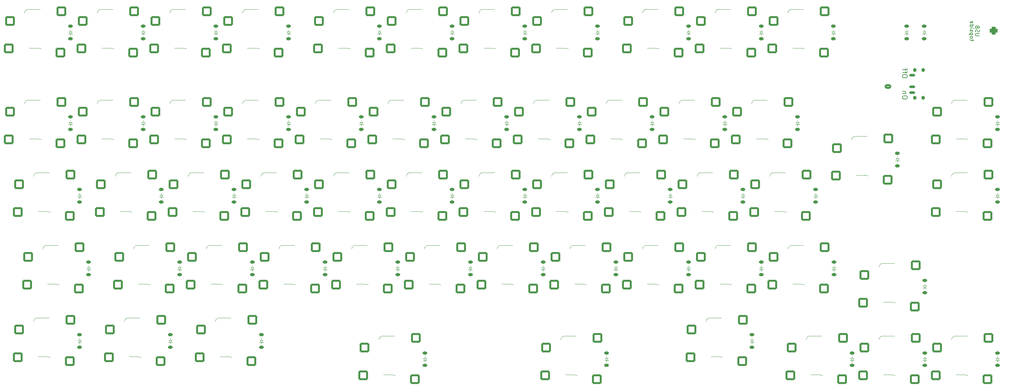
<source format=gbo>
G04 #@! TF.GenerationSoftware,KiCad,Pcbnew,7.0.8-7.0.8~ubuntu22.04.1*
G04 #@! TF.CreationDate,2023-10-08T19:27:19+02:00*
G04 #@! TF.ProjectId,nrw65-pcb,6e727736-352d-4706-9362-2e6b69636164,rev?*
G04 #@! TF.SameCoordinates,Original*
G04 #@! TF.FileFunction,Legend,Bot*
G04 #@! TF.FilePolarity,Positive*
%FSLAX46Y46*%
G04 Gerber Fmt 4.6, Leading zero omitted, Abs format (unit mm)*
G04 Created by KiCad (PCBNEW 7.0.8-7.0.8~ubuntu22.04.1) date 2023-10-08 19:27:19*
%MOMM*%
%LPD*%
G01*
G04 APERTURE LIST*
G04 Aperture macros list*
%AMRoundRect*
0 Rectangle with rounded corners*
0 $1 Rounding radius*
0 $2 $3 $4 $5 $6 $7 $8 $9 X,Y pos of 4 corners*
0 Add a 4 corners polygon primitive as box body*
4,1,4,$2,$3,$4,$5,$6,$7,$8,$9,$2,$3,0*
0 Add four circle primitives for the rounded corners*
1,1,$1+$1,$2,$3*
1,1,$1+$1,$4,$5*
1,1,$1+$1,$6,$7*
1,1,$1+$1,$8,$9*
0 Add four rect primitives between the rounded corners*
20,1,$1+$1,$2,$3,$4,$5,0*
20,1,$1+$1,$4,$5,$6,$7,0*
20,1,$1+$1,$6,$7,$8,$9,0*
20,1,$1+$1,$8,$9,$2,$3,0*%
G04 Aperture macros list end*
%ADD10C,0.200000*%
%ADD11C,0.150000*%
%ADD12C,0.120000*%
%ADD13C,0.100000*%
%ADD14C,1.750000*%
%ADD15C,5.000000*%
%ADD16RoundRect,0.260000X-1.040000X-1.040000X1.040000X-1.040000X1.040000X1.040000X-1.040000X1.040000X0*%
%ADD17RoundRect,0.250000X-1.025000X-1.000000X1.025000X-1.000000X1.025000X1.000000X-1.025000X1.000000X0*%
%ADD18C,3.300000*%
%ADD19C,3.048000*%
%ADD20C,3.987800*%
%ADD21C,2.000000*%
%ADD22RoundRect,0.500000X0.500000X0.500000X-0.500000X0.500000X-0.500000X-0.500000X0.500000X-0.500000X0*%
%ADD23C,2.500000*%
%ADD24C,2.300000*%
%ADD25RoundRect,0.225000X0.375000X-0.225000X0.375000X0.225000X-0.375000X0.225000X-0.375000X-0.225000X0*%
%ADD26RoundRect,0.200000X-0.200000X0.300000X-0.200000X-0.300000X0.200000X-0.300000X0.200000X0.300000X0*%
%ADD27C,0.900000*%
%ADD28RoundRect,0.175000X-0.575000X0.175000X-0.575000X-0.175000X0.575000X-0.175000X0.575000X0.175000X0*%
%ADD29O,1.750000X1.200000*%
%ADD30RoundRect,0.250000X0.625000X-0.350000X0.625000X0.350000X-0.625000X0.350000X-0.625000X-0.350000X0*%
G04 APERTURE END LIST*
D10*
X262278995Y-52161904D02*
X262278995Y-51914285D01*
X262278995Y-51914285D02*
X262217090Y-51790475D01*
X262217090Y-51790475D02*
X262093280Y-51666666D01*
X262093280Y-51666666D02*
X261845661Y-51604761D01*
X261845661Y-51604761D02*
X261412328Y-51604761D01*
X261412328Y-51604761D02*
X261164709Y-51666666D01*
X261164709Y-51666666D02*
X261040900Y-51790475D01*
X261040900Y-51790475D02*
X260978995Y-51914285D01*
X260978995Y-51914285D02*
X260978995Y-52161904D01*
X260978995Y-52161904D02*
X261040900Y-52285713D01*
X261040900Y-52285713D02*
X261164709Y-52409523D01*
X261164709Y-52409523D02*
X261412328Y-52471427D01*
X261412328Y-52471427D02*
X261845661Y-52471427D01*
X261845661Y-52471427D02*
X262093280Y-52409523D01*
X262093280Y-52409523D02*
X262217090Y-52285713D01*
X262217090Y-52285713D02*
X262278995Y-52161904D01*
X261845661Y-51047618D02*
X260978995Y-51047618D01*
X261721852Y-51047618D02*
X261783757Y-50985713D01*
X261783757Y-50985713D02*
X261845661Y-50861903D01*
X261845661Y-50861903D02*
X261845661Y-50676189D01*
X261845661Y-50676189D02*
X261783757Y-50552380D01*
X261783757Y-50552380D02*
X261659947Y-50490475D01*
X261659947Y-50490475D02*
X260978995Y-50490475D01*
X262278995Y-46616666D02*
X262278995Y-46369047D01*
X262278995Y-46369047D02*
X262217090Y-46245237D01*
X262217090Y-46245237D02*
X262093280Y-46121428D01*
X262093280Y-46121428D02*
X261845661Y-46059523D01*
X261845661Y-46059523D02*
X261412328Y-46059523D01*
X261412328Y-46059523D02*
X261164709Y-46121428D01*
X261164709Y-46121428D02*
X261040900Y-46245237D01*
X261040900Y-46245237D02*
X260978995Y-46369047D01*
X260978995Y-46369047D02*
X260978995Y-46616666D01*
X260978995Y-46616666D02*
X261040900Y-46740475D01*
X261040900Y-46740475D02*
X261164709Y-46864285D01*
X261164709Y-46864285D02*
X261412328Y-46926189D01*
X261412328Y-46926189D02*
X261845661Y-46926189D01*
X261845661Y-46926189D02*
X262093280Y-46864285D01*
X262093280Y-46864285D02*
X262217090Y-46740475D01*
X262217090Y-46740475D02*
X262278995Y-46616666D01*
X261845661Y-45688094D02*
X261845661Y-45192856D01*
X260978995Y-45502380D02*
X262093280Y-45502380D01*
X262093280Y-45502380D02*
X262217090Y-45440475D01*
X262217090Y-45440475D02*
X262278995Y-45316665D01*
X262278995Y-45316665D02*
X262278995Y-45192856D01*
X261845661Y-44945237D02*
X261845661Y-44449999D01*
X260978995Y-44759523D02*
X262093280Y-44759523D01*
X262093280Y-44759523D02*
X262217090Y-44697618D01*
X262217090Y-44697618D02*
X262278995Y-44573808D01*
X262278995Y-44573808D02*
X262278995Y-44449999D01*
D11*
X281130180Y-35851904D02*
X280320657Y-35851904D01*
X280320657Y-35851904D02*
X280225419Y-35804285D01*
X280225419Y-35804285D02*
X280177800Y-35756666D01*
X280177800Y-35756666D02*
X280130180Y-35661428D01*
X280130180Y-35661428D02*
X280130180Y-35470952D01*
X280130180Y-35470952D02*
X280177800Y-35375714D01*
X280177800Y-35375714D02*
X280225419Y-35328095D01*
X280225419Y-35328095D02*
X280320657Y-35280476D01*
X280320657Y-35280476D02*
X281130180Y-35280476D01*
X280177800Y-34851904D02*
X280130180Y-34709047D01*
X280130180Y-34709047D02*
X280130180Y-34470952D01*
X280130180Y-34470952D02*
X280177800Y-34375714D01*
X280177800Y-34375714D02*
X280225419Y-34328095D01*
X280225419Y-34328095D02*
X280320657Y-34280476D01*
X280320657Y-34280476D02*
X280415895Y-34280476D01*
X280415895Y-34280476D02*
X280511133Y-34328095D01*
X280511133Y-34328095D02*
X280558752Y-34375714D01*
X280558752Y-34375714D02*
X280606371Y-34470952D01*
X280606371Y-34470952D02*
X280653990Y-34661428D01*
X280653990Y-34661428D02*
X280701609Y-34756666D01*
X280701609Y-34756666D02*
X280749228Y-34804285D01*
X280749228Y-34804285D02*
X280844466Y-34851904D01*
X280844466Y-34851904D02*
X280939704Y-34851904D01*
X280939704Y-34851904D02*
X281034942Y-34804285D01*
X281034942Y-34804285D02*
X281082561Y-34756666D01*
X281082561Y-34756666D02*
X281130180Y-34661428D01*
X281130180Y-34661428D02*
X281130180Y-34423333D01*
X281130180Y-34423333D02*
X281082561Y-34280476D01*
X280653990Y-33518571D02*
X280606371Y-33375714D01*
X280606371Y-33375714D02*
X280558752Y-33328095D01*
X280558752Y-33328095D02*
X280463514Y-33280476D01*
X280463514Y-33280476D02*
X280320657Y-33280476D01*
X280320657Y-33280476D02*
X280225419Y-33328095D01*
X280225419Y-33328095D02*
X280177800Y-33375714D01*
X280177800Y-33375714D02*
X280130180Y-33470952D01*
X280130180Y-33470952D02*
X280130180Y-33851904D01*
X280130180Y-33851904D02*
X281130180Y-33851904D01*
X281130180Y-33851904D02*
X281130180Y-33518571D01*
X281130180Y-33518571D02*
X281082561Y-33423333D01*
X281082561Y-33423333D02*
X281034942Y-33375714D01*
X281034942Y-33375714D02*
X280939704Y-33328095D01*
X280939704Y-33328095D02*
X280844466Y-33328095D01*
X280844466Y-33328095D02*
X280749228Y-33375714D01*
X280749228Y-33375714D02*
X280701609Y-33423333D01*
X280701609Y-33423333D02*
X280653990Y-33518571D01*
X280653990Y-33518571D02*
X280653990Y-33851904D01*
X279396847Y-37209047D02*
X279396847Y-36828095D01*
X279730180Y-37066190D02*
X278873038Y-37066190D01*
X278873038Y-37066190D02*
X278777800Y-37018571D01*
X278777800Y-37018571D02*
X278730180Y-36923333D01*
X278730180Y-36923333D02*
X278730180Y-36828095D01*
X278730180Y-36351904D02*
X278777800Y-36447142D01*
X278777800Y-36447142D02*
X278825419Y-36494761D01*
X278825419Y-36494761D02*
X278920657Y-36542380D01*
X278920657Y-36542380D02*
X279206371Y-36542380D01*
X279206371Y-36542380D02*
X279301609Y-36494761D01*
X279301609Y-36494761D02*
X279349228Y-36447142D01*
X279349228Y-36447142D02*
X279396847Y-36351904D01*
X279396847Y-36351904D02*
X279396847Y-36209047D01*
X279396847Y-36209047D02*
X279349228Y-36113809D01*
X279349228Y-36113809D02*
X279301609Y-36066190D01*
X279301609Y-36066190D02*
X279206371Y-36018571D01*
X279206371Y-36018571D02*
X278920657Y-36018571D01*
X278920657Y-36018571D02*
X278825419Y-36066190D01*
X278825419Y-36066190D02*
X278777800Y-36113809D01*
X278777800Y-36113809D02*
X278730180Y-36209047D01*
X278730180Y-36209047D02*
X278730180Y-36351904D01*
X279396847Y-35589999D02*
X278396847Y-35589999D01*
X279349228Y-35589999D02*
X279396847Y-35494761D01*
X279396847Y-35494761D02*
X279396847Y-35304285D01*
X279396847Y-35304285D02*
X279349228Y-35209047D01*
X279349228Y-35209047D02*
X279301609Y-35161428D01*
X279301609Y-35161428D02*
X279206371Y-35113809D01*
X279206371Y-35113809D02*
X278920657Y-35113809D01*
X278920657Y-35113809D02*
X278825419Y-35161428D01*
X278825419Y-35161428D02*
X278777800Y-35209047D01*
X278777800Y-35209047D02*
X278730180Y-35304285D01*
X278730180Y-35304285D02*
X278730180Y-35494761D01*
X278730180Y-35494761D02*
X278777800Y-35589999D01*
X278777800Y-34732856D02*
X278730180Y-34637618D01*
X278730180Y-34637618D02*
X278730180Y-34447142D01*
X278730180Y-34447142D02*
X278777800Y-34351904D01*
X278777800Y-34351904D02*
X278873038Y-34304285D01*
X278873038Y-34304285D02*
X278920657Y-34304285D01*
X278920657Y-34304285D02*
X279015895Y-34351904D01*
X279015895Y-34351904D02*
X279063514Y-34447142D01*
X279063514Y-34447142D02*
X279063514Y-34589999D01*
X279063514Y-34589999D02*
X279111133Y-34685237D01*
X279111133Y-34685237D02*
X279206371Y-34732856D01*
X279206371Y-34732856D02*
X279253990Y-34732856D01*
X279253990Y-34732856D02*
X279349228Y-34685237D01*
X279349228Y-34685237D02*
X279396847Y-34589999D01*
X279396847Y-34589999D02*
X279396847Y-34447142D01*
X279396847Y-34447142D02*
X279349228Y-34351904D01*
X278730180Y-33875713D02*
X279396847Y-33875713D01*
X279730180Y-33875713D02*
X279682561Y-33923332D01*
X279682561Y-33923332D02*
X279634942Y-33875713D01*
X279634942Y-33875713D02*
X279682561Y-33828094D01*
X279682561Y-33828094D02*
X279730180Y-33875713D01*
X279730180Y-33875713D02*
X279634942Y-33875713D01*
X278730180Y-32970952D02*
X279730180Y-32970952D01*
X278777800Y-32970952D02*
X278730180Y-33066190D01*
X278730180Y-33066190D02*
X278730180Y-33256666D01*
X278730180Y-33256666D02*
X278777800Y-33351904D01*
X278777800Y-33351904D02*
X278825419Y-33399523D01*
X278825419Y-33399523D02*
X278920657Y-33447142D01*
X278920657Y-33447142D02*
X279206371Y-33447142D01*
X279206371Y-33447142D02*
X279301609Y-33399523D01*
X279301609Y-33399523D02*
X279349228Y-33351904D01*
X279349228Y-33351904D02*
X279396847Y-33256666D01*
X279396847Y-33256666D02*
X279396847Y-33066190D01*
X279396847Y-33066190D02*
X279349228Y-32970952D01*
X278777800Y-32113809D02*
X278730180Y-32209047D01*
X278730180Y-32209047D02*
X278730180Y-32399523D01*
X278730180Y-32399523D02*
X278777800Y-32494761D01*
X278777800Y-32494761D02*
X278873038Y-32542380D01*
X278873038Y-32542380D02*
X279253990Y-32542380D01*
X279253990Y-32542380D02*
X279349228Y-32494761D01*
X279349228Y-32494761D02*
X279396847Y-32399523D01*
X279396847Y-32399523D02*
X279396847Y-32209047D01*
X279396847Y-32209047D02*
X279349228Y-32113809D01*
X279349228Y-32113809D02*
X279253990Y-32066190D01*
X279253990Y-32066190D02*
X279158752Y-32066190D01*
X279158752Y-32066190D02*
X279063514Y-32542380D01*
D12*
X51233553Y-62917500D02*
X53515000Y-62917500D01*
X54075000Y-52737500D02*
X51032107Y-52737500D01*
X51032107Y-52737500D02*
G75*
G03*
X50032107Y-53737500I6J-1000006D01*
G01*
X54353648Y-63119910D02*
G75*
G03*
X53515000Y-62917502I-778651J-1387608D01*
G01*
X170296053Y-81967500D02*
X172577500Y-81967500D01*
X173137500Y-71787500D02*
X170094607Y-71787500D01*
X170094607Y-71787500D02*
G75*
G03*
X169094607Y-72787500I6J-1000006D01*
G01*
X173416148Y-82169910D02*
G75*
G03*
X172577500Y-81967502I-778651J-1387608D01*
G01*
X94096053Y-81967500D02*
X96377500Y-81967500D01*
X96937500Y-71787500D02*
X93894607Y-71787500D01*
X93894607Y-71787500D02*
G75*
G03*
X92894607Y-72787500I6J-1000006D01*
G01*
X97216148Y-82169910D02*
G75*
G03*
X96377500Y-81967502I-778651J-1387608D01*
G01*
X75046053Y-81967500D02*
X77327500Y-81967500D01*
X77887500Y-71787500D02*
X74844607Y-71787500D01*
X74844607Y-71787500D02*
G75*
G03*
X73844607Y-72787500I6J-1000006D01*
G01*
X78166148Y-82169910D02*
G75*
G03*
X77327500Y-81967502I-778651J-1387608D01*
G01*
X34564803Y-81967500D02*
X36846250Y-81967500D01*
X37369143Y-71807500D02*
X34326250Y-71807500D01*
X34326250Y-71807500D02*
G75*
G03*
X33326250Y-72807500I6J-1000006D01*
G01*
X37684898Y-82169910D02*
G75*
G03*
X36846250Y-81967502I-778651J-1387608D01*
G01*
X203633553Y-62917500D02*
X205915000Y-62917500D01*
X206475000Y-52737500D02*
X203432107Y-52737500D01*
X203432107Y-52737500D02*
G75*
G03*
X202432107Y-53737500I6J-1000006D01*
G01*
X206753648Y-63119910D02*
G75*
G03*
X205915000Y-62917502I-778651J-1387608D01*
G01*
X70283553Y-39105000D02*
X72565000Y-39105000D01*
X73125000Y-28925000D02*
X70082107Y-28925000D01*
X70082107Y-28925000D02*
G75*
G03*
X69082107Y-29925000I6J-1000006D01*
G01*
X73403648Y-39307410D02*
G75*
G03*
X72565000Y-39105002I-778651J-1387608D01*
G01*
X82189803Y-120067500D02*
X84471250Y-120067500D01*
X84994143Y-109907500D02*
X81951250Y-109907500D01*
X81951250Y-109907500D02*
G75*
G03*
X80951250Y-110907500I6J-1000006D01*
G01*
X85309898Y-120269910D02*
G75*
G03*
X84471250Y-120067502I-778651J-1387608D01*
G01*
X51233553Y-39105000D02*
X53515000Y-39105000D01*
X54075000Y-28925000D02*
X51032107Y-28925000D01*
X51032107Y-28925000D02*
G75*
G03*
X50032107Y-29925000I6J-1000006D01*
G01*
X54353648Y-39307410D02*
G75*
G03*
X53515000Y-39105002I-778651J-1387608D01*
G01*
X108383553Y-62917500D02*
X110665000Y-62917500D01*
X111225000Y-52737500D02*
X108182107Y-52737500D01*
X108182107Y-52737500D02*
G75*
G03*
X107182107Y-53737500I6J-1000006D01*
G01*
X111503648Y-63119910D02*
G75*
G03*
X110665000Y-62917502I-778651J-1387608D01*
G01*
X184583553Y-62917500D02*
X186865000Y-62917500D01*
X187425000Y-52737500D02*
X184382107Y-52737500D01*
X184382107Y-52737500D02*
G75*
G03*
X183382107Y-53737500I6J-1000006D01*
G01*
X187703648Y-63119910D02*
G75*
G03*
X186865000Y-62917502I-778651J-1387608D01*
G01*
X132196053Y-81967500D02*
X134477500Y-81967500D01*
X135037500Y-71787500D02*
X131994607Y-71787500D01*
X131994607Y-71787500D02*
G75*
G03*
X130994607Y-72787500I6J-1000006D01*
G01*
X135316148Y-82169910D02*
G75*
G03*
X134477500Y-81967502I-778651J-1387608D01*
G01*
X113146053Y-81967500D02*
X115427500Y-81967500D01*
X115987500Y-71787500D02*
X112944607Y-71787500D01*
X112944607Y-71787500D02*
G75*
G03*
X111944607Y-72787500I6J-1000006D01*
G01*
X116266148Y-82169910D02*
G75*
G03*
X115427500Y-81967502I-778651J-1387608D01*
G01*
X275071053Y-124830000D02*
X277352500Y-124830000D01*
X277912500Y-114650000D02*
X274869607Y-114650000D01*
X274869607Y-114650000D02*
G75*
G03*
X273869607Y-115650000I6J-1000006D01*
G01*
X278191148Y-125032410D02*
G75*
G03*
X277352500Y-124830002I-778651J-1387608D01*
G01*
X136958553Y-101017500D02*
X139240000Y-101017500D01*
X139800000Y-90837500D02*
X136757107Y-90837500D01*
X136757107Y-90837500D02*
G75*
G03*
X135757107Y-91837500I6J-1000006D01*
G01*
X140078648Y-101219910D02*
G75*
G03*
X139240000Y-101017502I-778651J-1387608D01*
G01*
X34564803Y-120067500D02*
X36846250Y-120067500D01*
X37369143Y-109907500D02*
X34326250Y-109907500D01*
X34326250Y-109907500D02*
G75*
G03*
X33326250Y-110907500I6J-1000006D01*
G01*
X37684898Y-120269910D02*
G75*
G03*
X36846250Y-120067502I-778651J-1387608D01*
G01*
X194108553Y-101017500D02*
X196390000Y-101017500D01*
X196950000Y-90837500D02*
X193907107Y-90837500D01*
X193907107Y-90837500D02*
G75*
G03*
X192907107Y-91837500I6J-1000006D01*
G01*
X197228648Y-101219910D02*
G75*
G03*
X196390000Y-101017502I-778651J-1387608D01*
G01*
X172677303Y-124830000D02*
X174958750Y-124830000D01*
X175518750Y-114650000D02*
X172475857Y-114650000D01*
X172475857Y-114650000D02*
G75*
G03*
X171475857Y-115650000I6J-1000006D01*
G01*
X175797398Y-125032410D02*
G75*
G03*
X174958750Y-124830002I-778651J-1387608D01*
G01*
X275071053Y-62917500D02*
X277352500Y-62917500D01*
X277912500Y-52737500D02*
X274869607Y-52737500D01*
X274869607Y-52737500D02*
G75*
G03*
X273869607Y-53737500I6J-1000006D01*
G01*
X278191148Y-63119910D02*
G75*
G03*
X277352500Y-62917502I-778651J-1387608D01*
G01*
X79808553Y-101017500D02*
X82090000Y-101017500D01*
X82650000Y-90837500D02*
X79607107Y-90837500D01*
X79607107Y-90837500D02*
G75*
G03*
X78607107Y-91837500I6J-1000006D01*
G01*
X82928648Y-101219910D02*
G75*
G03*
X82090000Y-101017502I-778651J-1387608D01*
G01*
X89333553Y-39105000D02*
X91615000Y-39105000D01*
X92175000Y-28925000D02*
X89132107Y-28925000D01*
X89132107Y-28925000D02*
G75*
G03*
X88132107Y-29925000I6J-1000006D01*
G01*
X92453648Y-39307410D02*
G75*
G03*
X91615000Y-39105002I-778651J-1387608D01*
G01*
X146483553Y-62917500D02*
X148765000Y-62917500D01*
X149325000Y-52737500D02*
X146282107Y-52737500D01*
X146282107Y-52737500D02*
G75*
G03*
X145282107Y-53737500I6J-1000006D01*
G01*
X149603648Y-63119910D02*
G75*
G03*
X148765000Y-62917502I-778651J-1387608D01*
G01*
X70283553Y-62917500D02*
X72565000Y-62917500D01*
X73125000Y-52737500D02*
X70082107Y-52737500D01*
X70082107Y-52737500D02*
G75*
G03*
X69082107Y-53737500I6J-1000006D01*
G01*
X73403648Y-63119910D02*
G75*
G03*
X72565000Y-62917502I-778651J-1387608D01*
G01*
X60758553Y-101017500D02*
X63040000Y-101017500D01*
X63600000Y-90837500D02*
X60557107Y-90837500D01*
X60557107Y-90837500D02*
G75*
G03*
X59557107Y-91837500I6J-1000006D01*
G01*
X63878648Y-101219910D02*
G75*
G03*
X63040000Y-101017502I-778651J-1387608D01*
G01*
X222683553Y-62917500D02*
X224965000Y-62917500D01*
X225525000Y-52737500D02*
X222482107Y-52737500D01*
X222482107Y-52737500D02*
G75*
G03*
X221482107Y-53737500I6J-1000006D01*
G01*
X225803648Y-63119910D02*
G75*
G03*
X224965000Y-62917502I-778651J-1387608D01*
G01*
X127433553Y-62917500D02*
X129715000Y-62917500D01*
X130275000Y-52737500D02*
X127232107Y-52737500D01*
X127232107Y-52737500D02*
G75*
G03*
X126232107Y-53737500I6J-1000006D01*
G01*
X130553648Y-63119910D02*
G75*
G03*
X129715000Y-62917502I-778651J-1387608D01*
G01*
X165533553Y-62917500D02*
X167815000Y-62917500D01*
X168375000Y-52737500D02*
X165332107Y-52737500D01*
X165332107Y-52737500D02*
G75*
G03*
X164332107Y-53737500I6J-1000006D01*
G01*
X168653648Y-63119910D02*
G75*
G03*
X167815000Y-62917502I-778651J-1387608D01*
G01*
X58377303Y-120067500D02*
X60658750Y-120067500D01*
X61181643Y-109907500D02*
X58138750Y-109907500D01*
X58138750Y-109907500D02*
G75*
G03*
X57138750Y-110907500I6J-1000006D01*
G01*
X61497398Y-120269910D02*
G75*
G03*
X60658750Y-120067502I-778651J-1387608D01*
G01*
X89333553Y-62917500D02*
X91615000Y-62917500D01*
X92175000Y-52737500D02*
X89132107Y-52737500D01*
X89132107Y-52737500D02*
G75*
G03*
X88132107Y-53737500I6J-1000006D01*
G01*
X92453648Y-63119910D02*
G75*
G03*
X91615000Y-62917502I-778651J-1387608D01*
G01*
X189346053Y-81967500D02*
X191627500Y-81967500D01*
X192187500Y-71787500D02*
X189144607Y-71787500D01*
X189144607Y-71787500D02*
G75*
G03*
X188144607Y-72787500I6J-1000006D01*
G01*
X192466148Y-82169910D02*
G75*
G03*
X191627500Y-81967502I-778651J-1387608D01*
G01*
X132196053Y-39105000D02*
X134477500Y-39105000D01*
X135037500Y-28925000D02*
X131994607Y-28925000D01*
X131994607Y-28925000D02*
G75*
G03*
X130994607Y-29925000I6J-1000006D01*
G01*
X135316148Y-39307410D02*
G75*
G03*
X134477500Y-39105002I-778651J-1387608D01*
G01*
X151246053Y-81967500D02*
X153527500Y-81967500D01*
X154087500Y-71787500D02*
X151044607Y-71787500D01*
X151044607Y-71787500D02*
G75*
G03*
X150044607Y-72787500I6J-1000006D01*
G01*
X154366148Y-82169910D02*
G75*
G03*
X153527500Y-81967502I-778651J-1387608D01*
G01*
X208396053Y-81967500D02*
X210677500Y-81967500D01*
X211237500Y-71787500D02*
X208194607Y-71787500D01*
X208194607Y-71787500D02*
G75*
G03*
X207194607Y-72787500I6J-1000006D01*
G01*
X211516148Y-82169910D02*
G75*
G03*
X210677500Y-81967502I-778651J-1387608D01*
G01*
X151246053Y-39105000D02*
X153527500Y-39105000D01*
X154087500Y-28925000D02*
X151044607Y-28925000D01*
X151044607Y-28925000D02*
G75*
G03*
X150044607Y-29925000I6J-1000006D01*
G01*
X154366148Y-39307410D02*
G75*
G03*
X153527500Y-39105002I-778651J-1387608D01*
G01*
X117908553Y-101017500D02*
X120190000Y-101017500D01*
X120750000Y-90837500D02*
X117707107Y-90837500D01*
X117707107Y-90837500D02*
G75*
G03*
X116707107Y-91837500I6J-1000006D01*
G01*
X121028648Y-101219910D02*
G75*
G03*
X120190000Y-101017502I-778651J-1387608D01*
G01*
X98858553Y-101017500D02*
X101140000Y-101017500D01*
X101700000Y-90837500D02*
X98657107Y-90837500D01*
X98657107Y-90837500D02*
G75*
G03*
X97657107Y-91837500I6J-1000006D01*
G01*
X101978648Y-101219910D02*
G75*
G03*
X101140000Y-101017502I-778651J-1387608D01*
G01*
X213158553Y-101017500D02*
X215440000Y-101017500D01*
X216000000Y-90837500D02*
X212957107Y-90837500D01*
X212957107Y-90837500D02*
G75*
G03*
X211957107Y-91837500I6J-1000006D01*
G01*
X216278648Y-101219910D02*
G75*
G03*
X215440000Y-101017502I-778651J-1387608D01*
G01*
X113146053Y-39105000D02*
X115427500Y-39105000D01*
X115987500Y-28925000D02*
X112944607Y-28925000D01*
X112944607Y-28925000D02*
G75*
G03*
X111944607Y-29925000I6J-1000006D01*
G01*
X116266148Y-39307410D02*
G75*
G03*
X115427500Y-39105002I-778651J-1387608D01*
G01*
X210777303Y-120067500D02*
X213058750Y-120067500D01*
X213581643Y-109907500D02*
X210538750Y-109907500D01*
X210538750Y-109907500D02*
G75*
G03*
X209538750Y-110907500I6J-1000006D01*
G01*
X213897398Y-120269910D02*
G75*
G03*
X213058750Y-120067502I-778651J-1387608D01*
G01*
X275071053Y-81967500D02*
X277352500Y-81967500D01*
X277912500Y-71787500D02*
X274869607Y-71787500D01*
X274869607Y-71787500D02*
G75*
G03*
X273869607Y-72787500I6J-1000006D01*
G01*
X278191148Y-82169910D02*
G75*
G03*
X277352500Y-81967502I-778651J-1387608D01*
G01*
X232208553Y-101017500D02*
X234490000Y-101017500D01*
X235050000Y-90837500D02*
X232007107Y-90837500D01*
X232007107Y-90837500D02*
G75*
G03*
X231007107Y-91837500I6J-1000006D01*
G01*
X235328648Y-101219910D02*
G75*
G03*
X234490000Y-101017502I-778651J-1387608D01*
G01*
X32183553Y-62917500D02*
X34465000Y-62917500D01*
X35025000Y-52737500D02*
X31982107Y-52737500D01*
X31982107Y-52737500D02*
G75*
G03*
X30982107Y-53737500I6J-1000006D01*
G01*
X35303648Y-63119910D02*
G75*
G03*
X34465000Y-62917502I-778651J-1387608D01*
G01*
X256021053Y-124830000D02*
X258302500Y-124830000D01*
X258862500Y-114650000D02*
X255819607Y-114650000D01*
X255819607Y-114650000D02*
G75*
G03*
X254819607Y-115650000I6J-1000006D01*
G01*
X259141148Y-125032410D02*
G75*
G03*
X258302500Y-124830002I-778651J-1387608D01*
G01*
X125052303Y-124830000D02*
X127333750Y-124830000D01*
X127893750Y-114650000D02*
X124850857Y-114650000D01*
X124850857Y-114650000D02*
G75*
G03*
X123850857Y-115650000I6J-1000006D01*
G01*
X128172398Y-125032410D02*
G75*
G03*
X127333750Y-124830002I-778651J-1387608D01*
G01*
X32183553Y-39105000D02*
X34465000Y-39105000D01*
X35025000Y-28925000D02*
X31982107Y-28925000D01*
X31982107Y-28925000D02*
G75*
G03*
X30982107Y-29925000I6J-1000006D01*
G01*
X35303648Y-39307410D02*
G75*
G03*
X34465000Y-39105002I-778651J-1387608D01*
G01*
X156008553Y-101017500D02*
X158290000Y-101017500D01*
X158850000Y-90837500D02*
X155807107Y-90837500D01*
X155807107Y-90837500D02*
G75*
G03*
X154807107Y-91837500I6J-1000006D01*
G01*
X159128648Y-101219910D02*
G75*
G03*
X158290000Y-101017502I-778651J-1387608D01*
G01*
X170296053Y-39105000D02*
X172577500Y-39105000D01*
X173137500Y-28925000D02*
X170094607Y-28925000D01*
X170094607Y-28925000D02*
G75*
G03*
X169094607Y-29925000I6J-1000006D01*
G01*
X173416148Y-39307410D02*
G75*
G03*
X172577500Y-39105002I-778651J-1387608D01*
G01*
X248877303Y-72442500D02*
X251158750Y-72442500D01*
X251718750Y-62262500D02*
X248675857Y-62262500D01*
X248675857Y-62262500D02*
G75*
G03*
X247675857Y-63262500I6J-1000006D01*
G01*
X251997398Y-72644910D02*
G75*
G03*
X251158750Y-72442502I-778651J-1387608D01*
G01*
X194108553Y-39105000D02*
X196390000Y-39105000D01*
X196950000Y-28925000D02*
X193907107Y-28925000D01*
X193907107Y-28925000D02*
G75*
G03*
X192907107Y-29925000I6J-1000006D01*
G01*
X197228648Y-39307410D02*
G75*
G03*
X196390000Y-39105002I-778651J-1387608D01*
G01*
X232208553Y-39105000D02*
X234490000Y-39105000D01*
X235050000Y-28925000D02*
X232007107Y-28925000D01*
X232007107Y-28925000D02*
G75*
G03*
X231007107Y-29925000I6J-1000006D01*
G01*
X235328648Y-39307410D02*
G75*
G03*
X234490000Y-39105002I-778651J-1387608D01*
G01*
X36946053Y-101017500D02*
X39227500Y-101017500D01*
X39807498Y-90874605D02*
X36764605Y-90874605D01*
X36764605Y-90874605D02*
G75*
G03*
X35764605Y-91874605I6J-1000006D01*
G01*
X40066148Y-101219910D02*
G75*
G03*
X39227500Y-101017502I-778651J-1387608D01*
G01*
X175058553Y-101017500D02*
X177340000Y-101017500D01*
X177900000Y-90837500D02*
X174857107Y-90837500D01*
X174857107Y-90837500D02*
G75*
G03*
X173857107Y-91837500I6J-1000006D01*
G01*
X178178648Y-101219910D02*
G75*
G03*
X177340000Y-101017502I-778651J-1387608D01*
G01*
X236971053Y-124830000D02*
X239252500Y-124830000D01*
X239812500Y-114650000D02*
X236769607Y-114650000D01*
X236769607Y-114650000D02*
G75*
G03*
X235769607Y-115650000I6J-1000006D01*
G01*
X240091148Y-125032410D02*
G75*
G03*
X239252500Y-124830002I-778651J-1387608D01*
G01*
X213158553Y-39105000D02*
X215440000Y-39105000D01*
X216000000Y-28925000D02*
X212957107Y-28925000D01*
X212957107Y-28925000D02*
G75*
G03*
X211957107Y-29925000I6J-1000006D01*
G01*
X216278648Y-39307410D02*
G75*
G03*
X215440000Y-39105002I-778651J-1387608D01*
G01*
X256021053Y-105780000D02*
X258302500Y-105780000D01*
X258862500Y-95600000D02*
X255819607Y-95600000D01*
X255819607Y-95600000D02*
G75*
G03*
X254819607Y-96600000I6J-1000006D01*
G01*
X259141148Y-105982410D02*
G75*
G03*
X258302500Y-105780002I-778651J-1387608D01*
G01*
X55996053Y-81967500D02*
X58277500Y-81967500D01*
X58837500Y-71787500D02*
X55794607Y-71787500D01*
X55794607Y-71787500D02*
G75*
G03*
X54794607Y-72787500I6J-1000006D01*
G01*
X59116148Y-82169910D02*
G75*
G03*
X58277500Y-81967502I-778651J-1387608D01*
G01*
X227446053Y-81967500D02*
X229727500Y-81967500D01*
X230287500Y-71787500D02*
X227244607Y-71787500D01*
X227244607Y-71787500D02*
G75*
G03*
X226244607Y-72787500I6J-1000006D01*
G01*
X230566148Y-82169910D02*
G75*
G03*
X229727500Y-81967502I-778651J-1387608D01*
G01*
D13*
X285887500Y-78612500D02*
X285887500Y-78212500D01*
X285887500Y-78212500D02*
X285337500Y-78212500D01*
X285887500Y-78212500D02*
X286437500Y-78212500D01*
X285887500Y-78212500D02*
X286287500Y-77612500D01*
X285487500Y-77612500D02*
X285887500Y-78212500D01*
X285887500Y-77612500D02*
X285887500Y-77112500D01*
X286287500Y-77612500D02*
X285487500Y-77612500D01*
X181112500Y-35750000D02*
X181112500Y-35350000D01*
X181112500Y-35350000D02*
X180562500Y-35350000D01*
X181112500Y-35350000D02*
X181662500Y-35350000D01*
X181112500Y-35350000D02*
X181512500Y-34750000D01*
X180712500Y-34750000D02*
X181112500Y-35350000D01*
X181112500Y-34750000D02*
X181112500Y-34250000D01*
X181512500Y-34750000D02*
X180712500Y-34750000D01*
X219212500Y-78612500D02*
X219212500Y-78212500D01*
X219212500Y-78212500D02*
X218662500Y-78212500D01*
X219212500Y-78212500D02*
X219762500Y-78212500D01*
X219212500Y-78212500D02*
X219612500Y-77612500D01*
X218812500Y-77612500D02*
X219212500Y-78212500D01*
X219212500Y-77612500D02*
X219212500Y-77112500D01*
X219612500Y-77612500D02*
X218812500Y-77612500D01*
X285887500Y-59562500D02*
X285887500Y-59162500D01*
X285887500Y-59162500D02*
X285337500Y-59162500D01*
X285887500Y-59162500D02*
X286437500Y-59162500D01*
X285887500Y-59162500D02*
X286287500Y-58562500D01*
X285487500Y-58562500D02*
X285887500Y-59162500D01*
X285887500Y-58562500D02*
X285887500Y-58062500D01*
X286287500Y-58562500D02*
X285487500Y-58562500D01*
X66812500Y-78612500D02*
X66812500Y-78212500D01*
X66812500Y-78212500D02*
X66262500Y-78212500D01*
X66812500Y-78212500D02*
X67362500Y-78212500D01*
X66812500Y-78212500D02*
X67212500Y-77612500D01*
X66412500Y-77612500D02*
X66812500Y-78212500D01*
X66812500Y-77612500D02*
X66812500Y-77112500D01*
X67212500Y-77612500D02*
X66412500Y-77612500D01*
X162062500Y-78612500D02*
X162062500Y-78212500D01*
X162062500Y-78212500D02*
X161512500Y-78212500D01*
X162062500Y-78212500D02*
X162612500Y-78212500D01*
X162062500Y-78212500D02*
X162462500Y-77612500D01*
X161662500Y-77612500D02*
X162062500Y-78212500D01*
X162062500Y-77612500D02*
X162062500Y-77112500D01*
X162462500Y-77612500D02*
X161662500Y-77612500D01*
X93006250Y-116712500D02*
X93006250Y-116312500D01*
X93006250Y-116312500D02*
X92456250Y-116312500D01*
X93006250Y-116312500D02*
X93556250Y-116312500D01*
X93006250Y-116312500D02*
X93406250Y-115712500D01*
X92606250Y-115712500D02*
X93006250Y-116312500D01*
X93006250Y-115712500D02*
X93006250Y-115212500D01*
X93406250Y-115712500D02*
X92606250Y-115712500D01*
X45381250Y-78612500D02*
X45381250Y-78212500D01*
X45381250Y-78212500D02*
X44831250Y-78212500D01*
X45381250Y-78212500D02*
X45931250Y-78212500D01*
X45381250Y-78212500D02*
X45781250Y-77612500D01*
X44981250Y-77612500D02*
X45381250Y-78212500D01*
X45381250Y-77612500D02*
X45381250Y-77112500D01*
X45781250Y-77612500D02*
X44981250Y-77612500D01*
X45381250Y-116712500D02*
X45381250Y-116312500D01*
X45381250Y-116312500D02*
X44831250Y-116312500D01*
X45381250Y-116312500D02*
X45931250Y-116312500D01*
X45381250Y-116312500D02*
X45781250Y-115712500D01*
X44981250Y-115712500D02*
X45381250Y-116312500D01*
X45381250Y-115712500D02*
X45381250Y-115212500D01*
X45781250Y-115712500D02*
X44981250Y-115712500D01*
X123962500Y-78612500D02*
X123962500Y-78212500D01*
X123962500Y-78212500D02*
X123412500Y-78212500D01*
X123962500Y-78212500D02*
X124512500Y-78212500D01*
X123962500Y-78212500D02*
X124362500Y-77612500D01*
X123562500Y-77612500D02*
X123962500Y-78212500D01*
X123962500Y-77612500D02*
X123962500Y-77112500D01*
X124362500Y-77612500D02*
X123562500Y-77612500D01*
X204925000Y-97662500D02*
X204925000Y-97262500D01*
X204925000Y-97262500D02*
X204375000Y-97262500D01*
X204925000Y-97262500D02*
X205475000Y-97262500D01*
X204925000Y-97262500D02*
X205325000Y-96662500D01*
X204525000Y-96662500D02*
X204925000Y-97262500D01*
X204925000Y-96662500D02*
X204925000Y-96162500D01*
X205325000Y-96662500D02*
X204525000Y-96662500D01*
X104912500Y-78612500D02*
X104912500Y-78212500D01*
X104912500Y-78212500D02*
X104362500Y-78212500D01*
X104912500Y-78212500D02*
X105462500Y-78212500D01*
X104912500Y-78212500D02*
X105312500Y-77612500D01*
X104512500Y-77612500D02*
X104912500Y-78212500D01*
X104912500Y-77612500D02*
X104912500Y-77112500D01*
X105312500Y-77612500D02*
X104512500Y-77612500D01*
X214450000Y-59562500D02*
X214450000Y-59162500D01*
X214450000Y-59162500D02*
X213900000Y-59162500D01*
X214450000Y-59162500D02*
X215000000Y-59162500D01*
X214450000Y-59162500D02*
X214850000Y-58562500D01*
X214050000Y-58562500D02*
X214450000Y-59162500D01*
X214450000Y-58562500D02*
X214450000Y-58062500D01*
X214850000Y-58562500D02*
X214050000Y-58562500D01*
X162062500Y-35750000D02*
X162062500Y-35350000D01*
X162062500Y-35350000D02*
X161512500Y-35350000D01*
X162062500Y-35350000D02*
X162612500Y-35350000D01*
X162062500Y-35350000D02*
X162462500Y-34750000D01*
X161662500Y-34750000D02*
X162062500Y-35350000D01*
X162062500Y-34750000D02*
X162062500Y-34250000D01*
X162462500Y-34750000D02*
X161662500Y-34750000D01*
X204925000Y-35750000D02*
X204925000Y-35350000D01*
X204925000Y-35350000D02*
X204375000Y-35350000D01*
X204925000Y-35350000D02*
X205475000Y-35350000D01*
X204925000Y-35350000D02*
X205325000Y-34750000D01*
X204525000Y-34750000D02*
X204925000Y-35350000D01*
X204925000Y-34750000D02*
X204925000Y-34250000D01*
X205325000Y-34750000D02*
X204525000Y-34750000D01*
X128725000Y-97662500D02*
X128725000Y-97262500D01*
X128725000Y-97262500D02*
X128175000Y-97262500D01*
X128725000Y-97262500D02*
X129275000Y-97262500D01*
X128725000Y-97262500D02*
X129125000Y-96662500D01*
X128325000Y-96662500D02*
X128725000Y-97262500D01*
X128725000Y-96662500D02*
X128725000Y-96162500D01*
X129125000Y-96662500D02*
X128325000Y-96662500D01*
X266837500Y-102425000D02*
X266837500Y-102025000D01*
X266837500Y-102025000D02*
X266287500Y-102025000D01*
X266837500Y-102025000D02*
X267387500Y-102025000D01*
X266837500Y-102025000D02*
X267237500Y-101425000D01*
X266437500Y-101425000D02*
X266837500Y-102025000D01*
X266837500Y-101425000D02*
X266837500Y-100925000D01*
X267237500Y-101425000D02*
X266437500Y-101425000D01*
X242890000Y-35750000D02*
X242890000Y-35350000D01*
X242890000Y-35350000D02*
X242340000Y-35350000D01*
X242890000Y-35350000D02*
X243440000Y-35350000D01*
X242890000Y-35350000D02*
X243290000Y-34750000D01*
X242490000Y-34750000D02*
X242890000Y-35350000D01*
X242890000Y-34750000D02*
X242890000Y-34250000D01*
X243290000Y-34750000D02*
X242490000Y-34750000D01*
X223975000Y-35750000D02*
X223975000Y-35350000D01*
X223975000Y-35350000D02*
X223425000Y-35350000D01*
X223975000Y-35350000D02*
X224525000Y-35350000D01*
X223975000Y-35350000D02*
X224375000Y-34750000D01*
X223575000Y-34750000D02*
X223975000Y-35350000D01*
X223975000Y-34750000D02*
X223975000Y-34250000D01*
X224375000Y-34750000D02*
X223575000Y-34750000D01*
X176350000Y-59562500D02*
X176350000Y-59162500D01*
X176350000Y-59162500D02*
X175800000Y-59162500D01*
X176350000Y-59162500D02*
X176900000Y-59162500D01*
X176350000Y-59162500D02*
X176750000Y-58562500D01*
X175950000Y-58562500D02*
X176350000Y-59162500D01*
X176350000Y-58562500D02*
X176350000Y-58062500D01*
X176750000Y-58562500D02*
X175950000Y-58562500D01*
X262075000Y-35750000D02*
X262075000Y-35350000D01*
X262075000Y-35350000D02*
X261525000Y-35350000D01*
X262075000Y-35350000D02*
X262625000Y-35350000D01*
X262075000Y-35350000D02*
X262475000Y-34750000D01*
X261675000Y-34750000D02*
X262075000Y-35350000D01*
X262075000Y-34750000D02*
X262075000Y-34250000D01*
X262475000Y-34750000D02*
X261675000Y-34750000D01*
X247787500Y-121475000D02*
X247787500Y-121075000D01*
X247787500Y-121075000D02*
X247237500Y-121075000D01*
X247787500Y-121075000D02*
X248337500Y-121075000D01*
X247787500Y-121075000D02*
X248187500Y-120475000D01*
X247387500Y-120475000D02*
X247787500Y-121075000D01*
X247787500Y-120475000D02*
X247787500Y-119975000D01*
X248187500Y-120475000D02*
X247387500Y-120475000D01*
X109675000Y-97662500D02*
X109675000Y-97262500D01*
X109675000Y-97262500D02*
X109125000Y-97262500D01*
X109675000Y-97262500D02*
X110225000Y-97262500D01*
X109675000Y-97262500D02*
X110075000Y-96662500D01*
X109275000Y-96662500D02*
X109675000Y-97262500D01*
X109675000Y-96662500D02*
X109675000Y-96162500D01*
X110075000Y-96662500D02*
X109275000Y-96662500D01*
X81100000Y-35750000D02*
X81100000Y-35350000D01*
X81100000Y-35350000D02*
X80550000Y-35350000D01*
X81100000Y-35350000D02*
X81650000Y-35350000D01*
X81100000Y-35350000D02*
X81500000Y-34750000D01*
X80700000Y-34750000D02*
X81100000Y-35350000D01*
X81100000Y-34750000D02*
X81100000Y-34250000D01*
X81500000Y-34750000D02*
X80700000Y-34750000D01*
X71575000Y-97662500D02*
X71575000Y-97262500D01*
X71575000Y-97262500D02*
X71025000Y-97262500D01*
X71575000Y-97262500D02*
X72125000Y-97262500D01*
X71575000Y-97262500D02*
X71975000Y-96662500D01*
X71175000Y-96662500D02*
X71575000Y-97262500D01*
X71575000Y-96662500D02*
X71575000Y-96162500D01*
X71975000Y-96662500D02*
X71175000Y-96662500D01*
X266837500Y-121475000D02*
X266837500Y-121075000D01*
X266837500Y-121075000D02*
X266287500Y-121075000D01*
X266837500Y-121075000D02*
X267387500Y-121075000D01*
X266837500Y-121075000D02*
X267237500Y-120475000D01*
X266437500Y-120475000D02*
X266837500Y-121075000D01*
X266837500Y-120475000D02*
X266837500Y-119975000D01*
X267237500Y-120475000D02*
X266437500Y-120475000D01*
X166825000Y-97662500D02*
X166825000Y-97262500D01*
X166825000Y-97262500D02*
X166275000Y-97262500D01*
X166825000Y-97262500D02*
X167375000Y-97262500D01*
X166825000Y-97262500D02*
X167225000Y-96662500D01*
X166425000Y-96662500D02*
X166825000Y-97262500D01*
X166825000Y-96662500D02*
X166825000Y-96162500D01*
X167225000Y-96662500D02*
X166425000Y-96662500D01*
X233500000Y-59562500D02*
X233500000Y-59162500D01*
X233500000Y-59162500D02*
X232950000Y-59162500D01*
X233500000Y-59162500D02*
X234050000Y-59162500D01*
X233500000Y-59162500D02*
X233900000Y-58562500D01*
X233100000Y-58562500D02*
X233500000Y-59162500D01*
X233500000Y-58562500D02*
X233500000Y-58062500D01*
X233900000Y-58562500D02*
X233100000Y-58562500D01*
X143012500Y-78612500D02*
X143012500Y-78212500D01*
X143012500Y-78212500D02*
X142462500Y-78212500D01*
X143012500Y-78212500D02*
X143562500Y-78212500D01*
X143012500Y-78212500D02*
X143412500Y-77612500D01*
X142612500Y-77612500D02*
X143012500Y-78212500D01*
X143012500Y-77612500D02*
X143012500Y-77112500D01*
X143412500Y-77612500D02*
X142612500Y-77612500D01*
X195400000Y-59562500D02*
X195400000Y-59162500D01*
X195400000Y-59162500D02*
X194850000Y-59162500D01*
X195400000Y-59162500D02*
X195950000Y-59162500D01*
X195400000Y-59162500D02*
X195800000Y-58562500D01*
X195000000Y-58562500D02*
X195400000Y-59162500D01*
X195400000Y-58562500D02*
X195400000Y-58062500D01*
X195800000Y-58562500D02*
X195000000Y-58562500D01*
X85862500Y-78612500D02*
X85862500Y-78212500D01*
X85862500Y-78212500D02*
X85312500Y-78212500D01*
X85862500Y-78212500D02*
X86412500Y-78212500D01*
X85862500Y-78212500D02*
X86262500Y-77612500D01*
X85462500Y-77612500D02*
X85862500Y-78212500D01*
X85862500Y-77612500D02*
X85862500Y-77112500D01*
X86262500Y-77612500D02*
X85462500Y-77612500D01*
X238262500Y-78612500D02*
X238262500Y-78212500D01*
X238262500Y-78212500D02*
X237712500Y-78212500D01*
X238262500Y-78212500D02*
X238812500Y-78212500D01*
X238262500Y-78212500D02*
X238662500Y-77612500D01*
X237862500Y-77612500D02*
X238262500Y-78212500D01*
X238262500Y-77612500D02*
X238262500Y-77112500D01*
X238662500Y-77612500D02*
X237862500Y-77612500D01*
X285887500Y-121475000D02*
X285887500Y-121075000D01*
X285887500Y-121075000D02*
X285337500Y-121075000D01*
X285887500Y-121075000D02*
X286437500Y-121075000D01*
X285887500Y-121075000D02*
X286287500Y-120475000D01*
X285487500Y-120475000D02*
X285887500Y-121075000D01*
X285887500Y-120475000D02*
X285887500Y-119975000D01*
X286287500Y-120475000D02*
X285487500Y-120475000D01*
X259693750Y-69087500D02*
X259693750Y-68687500D01*
X259693750Y-68687500D02*
X259143750Y-68687500D01*
X259693750Y-68687500D02*
X260243750Y-68687500D01*
X259693750Y-68687500D02*
X260093750Y-68087500D01*
X259293750Y-68087500D02*
X259693750Y-68687500D01*
X259693750Y-68087500D02*
X259693750Y-67587500D01*
X260093750Y-68087500D02*
X259293750Y-68087500D01*
X100150000Y-35750000D02*
X100150000Y-35350000D01*
X100150000Y-35350000D02*
X99600000Y-35350000D01*
X100150000Y-35350000D02*
X100700000Y-35350000D01*
X100150000Y-35350000D02*
X100550000Y-34750000D01*
X99750000Y-34750000D02*
X100150000Y-35350000D01*
X100150000Y-34750000D02*
X100150000Y-34250000D01*
X100550000Y-34750000D02*
X99750000Y-34750000D01*
X62050000Y-59562500D02*
X62050000Y-59162500D01*
X62050000Y-59162500D02*
X61500000Y-59162500D01*
X62050000Y-59162500D02*
X62600000Y-59162500D01*
X62050000Y-59162500D02*
X62450000Y-58562500D01*
X61650000Y-58562500D02*
X62050000Y-59162500D01*
X62050000Y-58562500D02*
X62050000Y-58062500D01*
X62450000Y-58562500D02*
X61650000Y-58562500D01*
X243025000Y-97662500D02*
X243025000Y-97262500D01*
X243025000Y-97262500D02*
X242475000Y-97262500D01*
X243025000Y-97262500D02*
X243575000Y-97262500D01*
X243025000Y-97262500D02*
X243425000Y-96662500D01*
X242625000Y-96662500D02*
X243025000Y-97262500D01*
X243025000Y-96662500D02*
X243025000Y-96162500D01*
X243425000Y-96662500D02*
X242625000Y-96662500D01*
X147775000Y-97662500D02*
X147775000Y-97262500D01*
X147775000Y-97262500D02*
X147225000Y-97262500D01*
X147775000Y-97262500D02*
X148325000Y-97262500D01*
X147775000Y-97262500D02*
X148175000Y-96662500D01*
X147375000Y-96662500D02*
X147775000Y-97262500D01*
X147775000Y-96662500D02*
X147775000Y-96162500D01*
X148175000Y-96662500D02*
X147375000Y-96662500D01*
X185875000Y-97662500D02*
X185875000Y-97262500D01*
X185875000Y-97262500D02*
X185325000Y-97262500D01*
X185875000Y-97262500D02*
X186425000Y-97262500D01*
X185875000Y-97262500D02*
X186275000Y-96662500D01*
X185475000Y-96662500D02*
X185875000Y-97262500D01*
X185875000Y-96662500D02*
X185875000Y-96162500D01*
X186275000Y-96662500D02*
X185475000Y-96662500D01*
X138250000Y-59562500D02*
X138250000Y-59162500D01*
X138250000Y-59162500D02*
X137700000Y-59162500D01*
X138250000Y-59162500D02*
X138800000Y-59162500D01*
X138250000Y-59162500D02*
X138650000Y-58562500D01*
X137850000Y-58562500D02*
X138250000Y-59162500D01*
X138250000Y-58562500D02*
X138250000Y-58062500D01*
X138650000Y-58562500D02*
X137850000Y-58562500D01*
X123962500Y-35750000D02*
X123962500Y-35350000D01*
X123962500Y-35350000D02*
X123412500Y-35350000D01*
X123962500Y-35350000D02*
X124512500Y-35350000D01*
X123962500Y-35350000D02*
X124362500Y-34750000D01*
X123562500Y-34750000D02*
X123962500Y-35350000D01*
X123962500Y-34750000D02*
X123962500Y-34250000D01*
X124362500Y-34750000D02*
X123562500Y-34750000D01*
X135868750Y-121475000D02*
X135868750Y-121075000D01*
X135868750Y-121075000D02*
X135318750Y-121075000D01*
X135868750Y-121075000D02*
X136418750Y-121075000D01*
X135868750Y-121075000D02*
X136268750Y-120475000D01*
X135468750Y-120475000D02*
X135868750Y-121075000D01*
X135868750Y-120475000D02*
X135868750Y-119975000D01*
X136268750Y-120475000D02*
X135468750Y-120475000D01*
X43000000Y-35750000D02*
X43000000Y-35350000D01*
X43000000Y-35350000D02*
X42450000Y-35350000D01*
X43000000Y-35350000D02*
X43550000Y-35350000D01*
X43000000Y-35350000D02*
X43400000Y-34750000D01*
X42600000Y-34750000D02*
X43000000Y-35350000D01*
X43000000Y-34750000D02*
X43000000Y-34250000D01*
X43400000Y-34750000D02*
X42600000Y-34750000D01*
X181112500Y-78612500D02*
X181112500Y-78212500D01*
X181112500Y-78212500D02*
X180562500Y-78212500D01*
X181112500Y-78212500D02*
X181662500Y-78212500D01*
X181112500Y-78212500D02*
X181512500Y-77612500D01*
X180712500Y-77612500D02*
X181112500Y-78212500D01*
X181112500Y-77612500D02*
X181112500Y-77112500D01*
X181512500Y-77612500D02*
X180712500Y-77612500D01*
X100150000Y-59562500D02*
X100150000Y-59162500D01*
X100150000Y-59162500D02*
X99600000Y-59162500D01*
X100150000Y-59162500D02*
X100700000Y-59162500D01*
X100150000Y-59162500D02*
X100550000Y-58562500D01*
X99750000Y-58562500D02*
X100150000Y-59162500D01*
X100150000Y-58562500D02*
X100150000Y-58062500D01*
X100550000Y-58562500D02*
X99750000Y-58562500D01*
X119200000Y-59562500D02*
X119200000Y-59162500D01*
X119200000Y-59162500D02*
X118650000Y-59162500D01*
X119200000Y-59162500D02*
X119750000Y-59162500D01*
X119200000Y-59162500D02*
X119600000Y-58562500D01*
X118800000Y-58562500D02*
X119200000Y-59162500D01*
X119200000Y-58562500D02*
X119200000Y-58062500D01*
X119600000Y-58562500D02*
X118800000Y-58562500D01*
X266700000Y-35750000D02*
X266700000Y-35350000D01*
X266700000Y-35350000D02*
X266150000Y-35350000D01*
X266700000Y-35350000D02*
X267250000Y-35350000D01*
X266700000Y-35350000D02*
X267100000Y-34750000D01*
X266300000Y-34750000D02*
X266700000Y-35350000D01*
X266700000Y-34750000D02*
X266700000Y-34250000D01*
X267100000Y-34750000D02*
X266300000Y-34750000D01*
X90625000Y-97662500D02*
X90625000Y-97262500D01*
X90625000Y-97262500D02*
X90075000Y-97262500D01*
X90625000Y-97262500D02*
X91175000Y-97262500D01*
X90625000Y-97262500D02*
X91025000Y-96662500D01*
X90225000Y-96662500D02*
X90625000Y-97262500D01*
X90625000Y-96662500D02*
X90625000Y-96162500D01*
X91025000Y-96662500D02*
X90225000Y-96662500D01*
X81100000Y-59562500D02*
X81100000Y-59162500D01*
X81100000Y-59162500D02*
X80550000Y-59162500D01*
X81100000Y-59162500D02*
X81650000Y-59162500D01*
X81100000Y-59162500D02*
X81500000Y-58562500D01*
X80700000Y-58562500D02*
X81100000Y-59162500D01*
X81100000Y-58562500D02*
X81100000Y-58062500D01*
X81500000Y-58562500D02*
X80700000Y-58562500D01*
X43000000Y-59562500D02*
X43000000Y-59162500D01*
X43000000Y-59162500D02*
X42450000Y-59162500D01*
X43000000Y-59162500D02*
X43550000Y-59162500D01*
X43000000Y-59162500D02*
X43400000Y-58562500D01*
X42600000Y-58562500D02*
X43000000Y-59162500D01*
X43000000Y-58562500D02*
X43000000Y-58062500D01*
X43400000Y-58562500D02*
X42600000Y-58562500D01*
X47762500Y-97662500D02*
X47762500Y-97262500D01*
X47762500Y-97262500D02*
X47212500Y-97262500D01*
X47762500Y-97262500D02*
X48312500Y-97262500D01*
X47762500Y-97262500D02*
X48162500Y-96662500D01*
X47362500Y-96662500D02*
X47762500Y-97262500D01*
X47762500Y-96662500D02*
X47762500Y-96162500D01*
X48162500Y-96662500D02*
X47362500Y-96662500D01*
X223975000Y-97662500D02*
X223975000Y-97262500D01*
X223975000Y-97262500D02*
X223425000Y-97262500D01*
X223975000Y-97262500D02*
X224525000Y-97262500D01*
X223975000Y-97262500D02*
X224375000Y-96662500D01*
X223575000Y-96662500D02*
X223975000Y-97262500D01*
X223975000Y-96662500D02*
X223975000Y-96162500D01*
X224375000Y-96662500D02*
X223575000Y-96662500D01*
X157300000Y-59562500D02*
X157300000Y-59162500D01*
X157300000Y-59162500D02*
X156750000Y-59162500D01*
X157300000Y-59162500D02*
X157850000Y-59162500D01*
X157300000Y-59162500D02*
X157700000Y-58562500D01*
X156900000Y-58562500D02*
X157300000Y-59162500D01*
X157300000Y-58562500D02*
X157300000Y-58062500D01*
X157700000Y-58562500D02*
X156900000Y-58562500D01*
X200162500Y-78612500D02*
X200162500Y-78212500D01*
X200162500Y-78212500D02*
X199612500Y-78212500D01*
X200162500Y-78212500D02*
X200712500Y-78212500D01*
X200162500Y-78212500D02*
X200562500Y-77612500D01*
X199762500Y-77612500D02*
X200162500Y-78212500D01*
X200162500Y-77612500D02*
X200162500Y-77112500D01*
X200562500Y-77612500D02*
X199762500Y-77612500D01*
X221593750Y-116712500D02*
X221593750Y-116312500D01*
X221593750Y-116312500D02*
X221043750Y-116312500D01*
X221593750Y-116312500D02*
X222143750Y-116312500D01*
X221593750Y-116312500D02*
X221993750Y-115712500D01*
X221193750Y-115712500D02*
X221593750Y-116312500D01*
X221593750Y-115712500D02*
X221593750Y-115212500D01*
X221993750Y-115712500D02*
X221193750Y-115712500D01*
X62050000Y-35750000D02*
X62050000Y-35350000D01*
X62050000Y-35350000D02*
X61500000Y-35350000D01*
X62050000Y-35350000D02*
X62600000Y-35350000D01*
X62050000Y-35350000D02*
X62450000Y-34750000D01*
X61650000Y-34750000D02*
X62050000Y-35350000D01*
X62050000Y-34750000D02*
X62050000Y-34250000D01*
X62450000Y-34750000D02*
X61650000Y-34750000D01*
X69193750Y-116712500D02*
X69193750Y-116312500D01*
X69193750Y-116312500D02*
X68643750Y-116312500D01*
X69193750Y-116312500D02*
X69743750Y-116312500D01*
X69193750Y-116312500D02*
X69593750Y-115712500D01*
X68793750Y-115712500D02*
X69193750Y-116312500D01*
X69193750Y-115712500D02*
X69193750Y-115212500D01*
X69593750Y-115712500D02*
X68793750Y-115712500D01*
X183493750Y-121475000D02*
X183493750Y-121075000D01*
X183493750Y-121075000D02*
X182943750Y-121075000D01*
X183493750Y-121075000D02*
X184043750Y-121075000D01*
X183493750Y-121075000D02*
X183893750Y-120475000D01*
X183093750Y-120475000D02*
X183493750Y-121075000D01*
X183493750Y-120475000D02*
X183493750Y-119975000D01*
X183893750Y-120475000D02*
X183093750Y-120475000D01*
X143012500Y-35750000D02*
X143012500Y-35350000D01*
X143012500Y-35350000D02*
X142462500Y-35350000D01*
X143012500Y-35350000D02*
X143562500Y-35350000D01*
X143012500Y-35350000D02*
X143412500Y-34750000D01*
X142612500Y-34750000D02*
X143012500Y-35350000D01*
X143012500Y-34750000D02*
X143012500Y-34250000D01*
X143412500Y-34750000D02*
X142612500Y-34750000D01*
%LPC*%
D14*
X48495000Y-58337500D03*
D15*
X53575000Y-58337500D03*
D14*
X58655000Y-58337500D03*
D16*
X45900000Y-63037500D03*
D17*
X46215000Y-55797500D03*
D18*
X49175000Y-63037500D03*
X49765000Y-55797500D03*
X56115000Y-53257500D03*
X56175000Y-64087500D03*
D16*
X59450000Y-64087500D03*
D17*
X59665000Y-53257500D03*
D14*
X167557500Y-77387500D03*
D15*
X172637500Y-77387500D03*
D14*
X177717500Y-77387500D03*
D16*
X164962500Y-82087500D03*
D17*
X165277500Y-74847500D03*
D18*
X168237500Y-82087500D03*
X168827500Y-74847500D03*
X175177500Y-72307500D03*
X175237500Y-83137500D03*
D16*
X178512500Y-83137500D03*
D17*
X178727500Y-72307500D03*
D14*
X91357500Y-77387500D03*
D15*
X96437500Y-77387500D03*
D14*
X101517500Y-77387500D03*
D16*
X88762500Y-82087500D03*
D17*
X89077500Y-74847500D03*
D18*
X92037500Y-82087500D03*
X92627500Y-74847500D03*
X98977500Y-72307500D03*
X99037500Y-83137500D03*
D16*
X102312500Y-83137500D03*
D17*
X102527500Y-72307500D03*
D14*
X72307500Y-77387500D03*
D15*
X77387500Y-77387500D03*
D14*
X82467500Y-77387500D03*
D16*
X69712500Y-82087500D03*
D17*
X70027500Y-74847500D03*
D18*
X72987500Y-82087500D03*
X73577500Y-74847500D03*
X79927500Y-72307500D03*
X79987500Y-83137500D03*
D16*
X83262500Y-83137500D03*
D17*
X83477500Y-72307500D03*
D14*
X31826250Y-77387500D03*
D15*
X36906250Y-77387500D03*
D14*
X41986250Y-77387500D03*
D16*
X29231250Y-82087500D03*
D17*
X29546250Y-74847500D03*
D18*
X32506250Y-82087500D03*
X33096250Y-74847500D03*
X39446250Y-72307500D03*
X39506250Y-83137500D03*
D16*
X42781250Y-83137500D03*
D17*
X42996250Y-72307500D03*
D14*
X200895000Y-58337500D03*
D15*
X205975000Y-58337500D03*
D14*
X211055000Y-58337500D03*
D16*
X198300000Y-63037500D03*
D17*
X198615000Y-55797500D03*
D18*
X201575000Y-63037500D03*
X202165000Y-55797500D03*
X208515000Y-53257500D03*
X208575000Y-64087500D03*
D16*
X211850000Y-64087500D03*
D17*
X212065000Y-53257500D03*
D14*
X67545000Y-34525000D03*
D15*
X72625000Y-34525000D03*
D14*
X77705000Y-34525000D03*
D16*
X64950000Y-39225000D03*
D17*
X65265000Y-31985000D03*
D18*
X68225000Y-39225000D03*
X68815000Y-31985000D03*
X75165000Y-29445000D03*
X75225000Y-40275000D03*
D16*
X78500000Y-40275000D03*
D17*
X78715000Y-29445000D03*
D14*
X79451250Y-115487500D03*
D15*
X84531250Y-115487500D03*
D14*
X89611250Y-115487500D03*
D16*
X76856250Y-120187500D03*
D17*
X77171250Y-112947500D03*
D18*
X80131250Y-120187500D03*
X80721250Y-112947500D03*
X87071250Y-110407500D03*
X87131250Y-121237500D03*
D16*
X90406250Y-121237500D03*
D17*
X90621250Y-110407500D03*
D14*
X48495000Y-34525000D03*
D15*
X53575000Y-34525000D03*
D14*
X58655000Y-34525000D03*
D16*
X45900000Y-39225000D03*
D17*
X46215000Y-31985000D03*
D18*
X49175000Y-39225000D03*
X49765000Y-31985000D03*
X56115000Y-29445000D03*
X56175000Y-40275000D03*
D16*
X59450000Y-40275000D03*
D17*
X59665000Y-29445000D03*
D14*
X105645000Y-58337500D03*
D15*
X110725000Y-58337500D03*
D14*
X115805000Y-58337500D03*
D16*
X103050000Y-63037500D03*
D17*
X103365000Y-55797500D03*
D18*
X106325000Y-63037500D03*
X106915000Y-55797500D03*
X113265000Y-53257500D03*
X113325000Y-64087500D03*
D16*
X116600000Y-64087500D03*
D17*
X116815000Y-53257500D03*
D14*
X181845000Y-58337500D03*
D15*
X186925000Y-58337500D03*
D14*
X192005000Y-58337500D03*
D16*
X179250000Y-63037500D03*
D17*
X179565000Y-55797500D03*
D18*
X182525000Y-63037500D03*
X183115000Y-55797500D03*
X189465000Y-53257500D03*
X189525000Y-64087500D03*
D16*
X192800000Y-64087500D03*
D17*
X193015000Y-53257500D03*
D14*
X129457500Y-77387500D03*
D15*
X134537500Y-77387500D03*
D14*
X139617500Y-77387500D03*
D16*
X126862500Y-82087500D03*
D17*
X127177500Y-74847500D03*
D18*
X130137500Y-82087500D03*
X130727500Y-74847500D03*
X137077500Y-72307500D03*
X137137500Y-83137500D03*
D16*
X140412500Y-83137500D03*
D17*
X140627500Y-72307500D03*
D14*
X110407500Y-77387500D03*
D15*
X115487500Y-77387500D03*
D14*
X120567500Y-77387500D03*
D16*
X107812500Y-82087500D03*
D17*
X108127500Y-74847500D03*
D18*
X111087500Y-82087500D03*
X111677500Y-74847500D03*
X118027500Y-72307500D03*
X118087500Y-83137500D03*
D16*
X121362500Y-83137500D03*
D17*
X121577500Y-72307500D03*
D14*
X272332500Y-120250000D03*
D15*
X277412500Y-120250000D03*
D14*
X282492500Y-120250000D03*
D16*
X269737500Y-124950000D03*
D17*
X270052500Y-117710000D03*
D18*
X273012500Y-124950000D03*
X273602500Y-117710000D03*
X279952500Y-115170000D03*
X280012500Y-126000000D03*
D16*
X283287500Y-126000000D03*
D17*
X283502500Y-115170000D03*
D14*
X134220000Y-96437500D03*
D15*
X139300000Y-96437500D03*
D14*
X144380000Y-96437500D03*
D16*
X131625000Y-101137500D03*
D17*
X131940000Y-93897500D03*
D18*
X134900000Y-101137500D03*
X135490000Y-93897500D03*
X141840000Y-91357500D03*
X141900000Y-102187500D03*
D16*
X145175000Y-102187500D03*
D17*
X145390000Y-91357500D03*
D14*
X31826250Y-115487500D03*
D15*
X36906250Y-115487500D03*
D14*
X41986250Y-115487500D03*
D16*
X29231250Y-120187500D03*
D17*
X29546250Y-112947500D03*
D18*
X32506250Y-120187500D03*
X33096250Y-112947500D03*
X39446250Y-110407500D03*
X39506250Y-121237500D03*
D16*
X42781250Y-121237500D03*
D17*
X42996250Y-110407500D03*
D14*
X191370000Y-96437500D03*
D15*
X196450000Y-96437500D03*
D14*
X201530000Y-96437500D03*
D16*
X188775000Y-101137500D03*
D17*
X189090000Y-93897500D03*
D18*
X192050000Y-101137500D03*
X192640000Y-93897500D03*
X198990000Y-91357500D03*
X199050000Y-102187500D03*
D16*
X202325000Y-102187500D03*
D17*
X202540000Y-91357500D03*
D14*
X169938750Y-120250000D03*
D15*
X175018750Y-120250000D03*
D14*
X180098750Y-120250000D03*
D16*
X167343750Y-124950000D03*
D17*
X167658750Y-117710000D03*
D18*
X170618750Y-124950000D03*
X171208750Y-117710000D03*
X177558750Y-115170000D03*
X177618750Y-126000000D03*
D16*
X180893750Y-126000000D03*
D17*
X181108750Y-115170000D03*
D14*
X272332500Y-58337500D03*
D15*
X277412500Y-58337500D03*
D14*
X282492500Y-58337500D03*
D16*
X269737500Y-63037500D03*
D17*
X270052500Y-55797500D03*
D18*
X273012500Y-63037500D03*
X273602500Y-55797500D03*
X279952500Y-53257500D03*
X280012500Y-64087500D03*
D16*
X283287500Y-64087500D03*
D17*
X283502500Y-53257500D03*
D14*
X77070000Y-96437500D03*
D15*
X82150000Y-96437500D03*
D14*
X87230000Y-96437500D03*
D16*
X74475000Y-101137500D03*
D17*
X74790000Y-93897500D03*
D18*
X77750000Y-101137500D03*
X78340000Y-93897500D03*
X84690000Y-91357500D03*
X84750000Y-102187500D03*
D16*
X88025000Y-102187500D03*
D17*
X88240000Y-91357500D03*
D14*
X86595000Y-34525000D03*
D15*
X91675000Y-34525000D03*
D14*
X96755000Y-34525000D03*
D16*
X84000000Y-39225000D03*
D17*
X84315000Y-31985000D03*
D18*
X87275000Y-39225000D03*
X87865000Y-31985000D03*
X94215000Y-29445000D03*
X94275000Y-40275000D03*
D16*
X97550000Y-40275000D03*
D17*
X97765000Y-29445000D03*
D14*
X143745000Y-58337500D03*
D15*
X148825000Y-58337500D03*
D14*
X153905000Y-58337500D03*
D16*
X141150000Y-63037500D03*
D17*
X141465000Y-55797500D03*
D18*
X144425000Y-63037500D03*
X145015000Y-55797500D03*
X151365000Y-53257500D03*
X151425000Y-64087500D03*
D16*
X154700000Y-64087500D03*
D17*
X154915000Y-53257500D03*
D14*
X67545000Y-58337500D03*
D15*
X72625000Y-58337500D03*
D14*
X77705000Y-58337500D03*
D16*
X64950000Y-63037500D03*
D17*
X65265000Y-55797500D03*
D18*
X68225000Y-63037500D03*
X68815000Y-55797500D03*
X75165000Y-53257500D03*
X75225000Y-64087500D03*
D16*
X78500000Y-64087500D03*
D17*
X78715000Y-53257500D03*
D19*
X139300000Y-127235000D03*
D20*
X139300000Y-111995000D03*
D19*
X115487500Y-127235000D03*
D20*
X115487500Y-111995000D03*
D14*
X58020000Y-96437500D03*
D15*
X63100000Y-96437500D03*
D14*
X68180000Y-96437500D03*
D16*
X55425000Y-101137500D03*
D17*
X55740000Y-93897500D03*
D18*
X58700000Y-101137500D03*
X59290000Y-93897500D03*
X65640000Y-91357500D03*
X65700000Y-102187500D03*
D16*
X68975000Y-102187500D03*
D17*
X69190000Y-91357500D03*
D14*
X219945000Y-58337500D03*
D15*
X225025000Y-58337500D03*
D14*
X230105000Y-58337500D03*
D16*
X217350000Y-63037500D03*
D17*
X217665000Y-55797500D03*
D18*
X220625000Y-63037500D03*
X221215000Y-55797500D03*
X227565000Y-53257500D03*
X227625000Y-64087500D03*
D16*
X230900000Y-64087500D03*
D17*
X231115000Y-53257500D03*
D14*
X124695000Y-58337500D03*
D15*
X129775000Y-58337500D03*
D14*
X134855000Y-58337500D03*
D16*
X122100000Y-63037500D03*
D17*
X122415000Y-55797500D03*
D18*
X125375000Y-63037500D03*
X125965000Y-55797500D03*
X132315000Y-53257500D03*
X132375000Y-64087500D03*
D16*
X135650000Y-64087500D03*
D17*
X135865000Y-53257500D03*
D14*
X162795000Y-58337500D03*
D15*
X167875000Y-58337500D03*
D14*
X172955000Y-58337500D03*
D16*
X160200000Y-63037500D03*
D17*
X160515000Y-55797500D03*
D18*
X163475000Y-63037500D03*
X164065000Y-55797500D03*
X170415000Y-53257500D03*
X170475000Y-64087500D03*
D16*
X173750000Y-64087500D03*
D17*
X173965000Y-53257500D03*
D14*
X55638750Y-115487500D03*
D15*
X60718750Y-115487500D03*
D14*
X65798750Y-115487500D03*
D16*
X53043750Y-120187500D03*
D17*
X53358750Y-112947500D03*
D18*
X56318750Y-120187500D03*
X56908750Y-112947500D03*
X63258750Y-110407500D03*
X63318750Y-121237500D03*
D16*
X66593750Y-121237500D03*
D17*
X66808750Y-110407500D03*
D14*
X86595000Y-58337500D03*
D15*
X91675000Y-58337500D03*
D14*
X96755000Y-58337500D03*
D16*
X84000000Y-63037500D03*
D17*
X84315000Y-55797500D03*
D18*
X87275000Y-63037500D03*
X87865000Y-55797500D03*
X94215000Y-53257500D03*
X94275000Y-64087500D03*
D16*
X97550000Y-64087500D03*
D17*
X97765000Y-53257500D03*
D14*
X186607500Y-77387500D03*
D15*
X191687500Y-77387500D03*
D14*
X196767500Y-77387500D03*
D16*
X184012500Y-82087500D03*
D17*
X184327500Y-74847500D03*
D18*
X187287500Y-82087500D03*
X187877500Y-74847500D03*
X194227500Y-72307500D03*
X194287500Y-83137500D03*
D16*
X197562500Y-83137500D03*
D17*
X197777500Y-72307500D03*
D14*
X129457500Y-34525000D03*
D15*
X134537500Y-34525000D03*
D14*
X139617500Y-34525000D03*
D16*
X126862500Y-39225000D03*
D17*
X127177500Y-31985000D03*
D18*
X130137500Y-39225000D03*
X130727500Y-31985000D03*
X137077500Y-29445000D03*
X137137500Y-40275000D03*
D16*
X140412500Y-40275000D03*
D17*
X140627500Y-29445000D03*
D14*
X148507500Y-77387500D03*
D15*
X153587500Y-77387500D03*
D14*
X158667500Y-77387500D03*
D16*
X145912500Y-82087500D03*
D17*
X146227500Y-74847500D03*
D18*
X149187500Y-82087500D03*
X149777500Y-74847500D03*
X156127500Y-72307500D03*
X156187500Y-83137500D03*
D16*
X159462500Y-83137500D03*
D17*
X159677500Y-72307500D03*
D14*
X205657500Y-77387500D03*
D15*
X210737500Y-77387500D03*
D14*
X215817500Y-77387500D03*
D16*
X203062500Y-82087500D03*
D17*
X203377500Y-74847500D03*
D18*
X206337500Y-82087500D03*
X206927500Y-74847500D03*
X213277500Y-72307500D03*
X213337500Y-83137500D03*
D16*
X216612500Y-83137500D03*
D17*
X216827500Y-72307500D03*
D14*
X148507500Y-34525000D03*
D15*
X153587500Y-34525000D03*
D14*
X158667500Y-34525000D03*
D16*
X145912500Y-39225000D03*
D17*
X146227500Y-31985000D03*
D18*
X149187500Y-39225000D03*
X149777500Y-31985000D03*
X156127500Y-29445000D03*
X156187500Y-40275000D03*
D16*
X159462500Y-40275000D03*
D17*
X159677500Y-29445000D03*
D14*
X115170000Y-96437500D03*
D15*
X120250000Y-96437500D03*
D14*
X125330000Y-96437500D03*
D16*
X112575000Y-101137500D03*
D17*
X112890000Y-93897500D03*
D18*
X115850000Y-101137500D03*
X116440000Y-93897500D03*
X122790000Y-91357500D03*
X122850000Y-102187500D03*
D16*
X126125000Y-102187500D03*
D17*
X126340000Y-91357500D03*
D14*
X96120000Y-96437500D03*
D15*
X101200000Y-96437500D03*
D14*
X106280000Y-96437500D03*
D16*
X93525000Y-101137500D03*
D17*
X93840000Y-93897500D03*
D18*
X96800000Y-101137500D03*
X97390000Y-93897500D03*
X103740000Y-91357500D03*
X103800000Y-102187500D03*
D16*
X107075000Y-102187500D03*
D17*
X107290000Y-91357500D03*
D14*
X210420000Y-96437500D03*
D15*
X215500000Y-96437500D03*
D14*
X220580000Y-96437500D03*
D16*
X207825000Y-101137500D03*
D17*
X208140000Y-93897500D03*
D18*
X211100000Y-101137500D03*
X211690000Y-93897500D03*
X218040000Y-91357500D03*
X218100000Y-102187500D03*
D16*
X221375000Y-102187500D03*
D17*
X221590000Y-91357500D03*
D14*
X110407500Y-34525000D03*
D15*
X115487500Y-34525000D03*
D14*
X120567500Y-34525000D03*
D16*
X107812500Y-39225000D03*
D17*
X108127500Y-31985000D03*
D18*
X111087500Y-39225000D03*
X111677500Y-31985000D03*
X118027500Y-29445000D03*
X118087500Y-40275000D03*
D16*
X121362500Y-40275000D03*
D17*
X121577500Y-29445000D03*
D14*
X208038750Y-115487500D03*
D15*
X213118750Y-115487500D03*
D14*
X218198750Y-115487500D03*
D16*
X205443750Y-120187500D03*
D17*
X205758750Y-112947500D03*
D18*
X208718750Y-120187500D03*
X209308750Y-112947500D03*
X215658750Y-110407500D03*
X215718750Y-121237500D03*
D16*
X218993750Y-121237500D03*
D17*
X219208750Y-110407500D03*
D14*
X272332500Y-77387500D03*
D15*
X277412500Y-77387500D03*
D14*
X282492500Y-77387500D03*
D16*
X269737500Y-82087500D03*
D17*
X270052500Y-74847500D03*
D18*
X273012500Y-82087500D03*
X273602500Y-74847500D03*
X279952500Y-72307500D03*
X280012500Y-83137500D03*
D16*
X283287500Y-83137500D03*
D17*
X283502500Y-72307500D03*
D14*
X229470000Y-96437500D03*
D15*
X234550000Y-96437500D03*
D14*
X239630000Y-96437500D03*
D16*
X226875000Y-101137500D03*
D17*
X227190000Y-93897500D03*
D18*
X230150000Y-101137500D03*
X230740000Y-93897500D03*
X237090000Y-91357500D03*
X237150000Y-102187500D03*
D16*
X240425000Y-102187500D03*
D17*
X240640000Y-91357500D03*
D14*
X29445000Y-58337500D03*
D15*
X34525000Y-58337500D03*
D14*
X39605000Y-58337500D03*
D16*
X26850000Y-63037500D03*
D17*
X27165000Y-55797500D03*
D18*
X30125000Y-63037500D03*
X30715000Y-55797500D03*
X37065000Y-53257500D03*
X37125000Y-64087500D03*
D16*
X40400000Y-64087500D03*
D17*
X40615000Y-53257500D03*
D14*
X253282500Y-120250000D03*
D15*
X258362500Y-120250000D03*
D14*
X263442500Y-120250000D03*
D16*
X250687500Y-124950000D03*
D17*
X251002500Y-117710000D03*
D18*
X253962500Y-124950000D03*
X254552500Y-117710000D03*
X260902500Y-115170000D03*
X260962500Y-126000000D03*
D16*
X264237500Y-126000000D03*
D17*
X264452500Y-115170000D03*
D14*
X122313750Y-120250000D03*
D15*
X127393750Y-120250000D03*
D14*
X132473750Y-120250000D03*
D16*
X119718750Y-124950000D03*
D17*
X120033750Y-117710000D03*
D18*
X122993750Y-124950000D03*
X123583750Y-117710000D03*
X129933750Y-115170000D03*
X129993750Y-126000000D03*
D16*
X133268750Y-126000000D03*
D17*
X133483750Y-115170000D03*
D21*
X284912500Y-37025000D03*
X284912500Y-32025000D03*
D22*
X284912500Y-34525000D03*
D21*
X270412500Y-32025000D03*
X270412500Y-37025000D03*
D14*
X29445000Y-34525000D03*
D15*
X34525000Y-34525000D03*
D14*
X39605000Y-34525000D03*
D16*
X26850000Y-39225000D03*
D17*
X27165000Y-31985000D03*
D18*
X30125000Y-39225000D03*
X30715000Y-31985000D03*
X37065000Y-29445000D03*
X37125000Y-40275000D03*
D16*
X40400000Y-40275000D03*
D17*
X40615000Y-29445000D03*
D14*
X153270000Y-96437500D03*
D15*
X158350000Y-96437500D03*
D14*
X163430000Y-96437500D03*
D16*
X150675000Y-101137500D03*
D17*
X150990000Y-93897500D03*
D18*
X153950000Y-101137500D03*
X154540000Y-93897500D03*
X160890000Y-91357500D03*
X160950000Y-102187500D03*
D16*
X164225000Y-102187500D03*
D17*
X164440000Y-91357500D03*
D14*
X167557500Y-34525000D03*
D15*
X172637500Y-34525000D03*
D14*
X177717500Y-34525000D03*
D16*
X164962500Y-39225000D03*
D17*
X165277500Y-31985000D03*
D18*
X168237500Y-39225000D03*
X168827500Y-31985000D03*
X175177500Y-29445000D03*
X175237500Y-40275000D03*
D16*
X178512500Y-40275000D03*
D17*
X178727500Y-29445000D03*
D14*
X246138750Y-67862500D03*
D15*
X251218750Y-67862500D03*
D14*
X256298750Y-67862500D03*
D16*
X243543750Y-72562500D03*
D17*
X243858750Y-65322500D03*
D18*
X246818750Y-72562500D03*
X247408750Y-65322500D03*
X253758750Y-62782500D03*
X253818750Y-73612500D03*
D16*
X257093750Y-73612500D03*
D17*
X257308750Y-62782500D03*
D19*
X186925000Y-127235000D03*
D20*
X186925000Y-111995000D03*
D19*
X163112500Y-127235000D03*
D20*
X163112500Y-111995000D03*
D14*
X191370000Y-34525000D03*
D15*
X196450000Y-34525000D03*
D14*
X201530000Y-34525000D03*
D16*
X188775000Y-39225000D03*
D17*
X189090000Y-31985000D03*
D18*
X192050000Y-39225000D03*
X192640000Y-31985000D03*
X198990000Y-29445000D03*
X199050000Y-40275000D03*
D16*
X202325000Y-40275000D03*
D17*
X202540000Y-29445000D03*
D14*
X229470000Y-34525000D03*
D15*
X234550000Y-34525000D03*
D14*
X239630000Y-34525000D03*
D16*
X226875000Y-39225000D03*
D17*
X227190000Y-31985000D03*
D18*
X230150000Y-39225000D03*
X230740000Y-31985000D03*
X237090000Y-29445000D03*
X237150000Y-40275000D03*
D16*
X240425000Y-40275000D03*
D17*
X240640000Y-29445000D03*
D14*
X253600000Y-39605000D03*
D15*
X253600000Y-34525000D03*
D14*
X253600000Y-29445000D03*
D23*
X258300000Y-38925000D03*
D24*
X251060000Y-38335000D03*
X248520000Y-31985000D03*
D23*
X259350000Y-31925000D03*
D14*
X34207500Y-96437500D03*
D15*
X39287500Y-96437500D03*
D14*
X44367500Y-96437500D03*
D16*
X31612500Y-101137500D03*
D17*
X31927500Y-93897500D03*
D18*
X34887500Y-101137500D03*
X35477500Y-93897500D03*
X41827500Y-91357500D03*
X41887500Y-102187500D03*
D16*
X45162500Y-102187500D03*
D17*
X45377500Y-91357500D03*
D14*
X172320000Y-96437500D03*
D15*
X177400000Y-96437500D03*
D14*
X182480000Y-96437500D03*
D16*
X169725000Y-101137500D03*
D17*
X170040000Y-93897500D03*
D18*
X173000000Y-101137500D03*
X173590000Y-93897500D03*
X179940000Y-91357500D03*
X180000000Y-102187500D03*
D16*
X183275000Y-102187500D03*
D17*
X183490000Y-91357500D03*
D14*
X234232500Y-120250000D03*
D15*
X239312500Y-120250000D03*
D14*
X244392500Y-120250000D03*
D16*
X231637500Y-124950000D03*
D17*
X231952500Y-117710000D03*
D18*
X234912500Y-124950000D03*
X235502500Y-117710000D03*
X241852500Y-115170000D03*
X241912500Y-126000000D03*
D16*
X245187500Y-126000000D03*
D17*
X245402500Y-115170000D03*
D19*
X244233750Y-55956250D03*
X244233750Y-79768750D03*
D20*
X259473750Y-55956250D03*
X259473750Y-79768750D03*
D14*
X210420000Y-34525000D03*
D15*
X215500000Y-34525000D03*
D14*
X220580000Y-34525000D03*
D16*
X207825000Y-39225000D03*
D17*
X208140000Y-31985000D03*
D18*
X211100000Y-39225000D03*
X211690000Y-31985000D03*
X218040000Y-29445000D03*
X218100000Y-40275000D03*
D16*
X221375000Y-40275000D03*
D17*
X221590000Y-29445000D03*
D14*
X253282500Y-101200000D03*
D15*
X258362500Y-101200000D03*
D14*
X263442500Y-101200000D03*
D16*
X250687500Y-105900000D03*
D17*
X251002500Y-98660000D03*
D18*
X253962500Y-105900000D03*
X254552500Y-98660000D03*
X260902500Y-96120000D03*
X260962500Y-106950000D03*
D16*
X264237500Y-106950000D03*
D17*
X264452500Y-96120000D03*
D14*
X53257500Y-77387500D03*
D15*
X58337500Y-77387500D03*
D14*
X63417500Y-77387500D03*
D16*
X50662500Y-82087500D03*
D17*
X50977500Y-74847500D03*
D18*
X53937500Y-82087500D03*
X54527500Y-74847500D03*
X60877500Y-72307500D03*
X60937500Y-83137500D03*
D16*
X64212500Y-83137500D03*
D17*
X64427500Y-72307500D03*
D14*
X224707500Y-77387500D03*
D15*
X229787500Y-77387500D03*
D14*
X234867500Y-77387500D03*
D16*
X222112500Y-82087500D03*
D17*
X222427500Y-74847500D03*
D18*
X225387500Y-82087500D03*
X225977500Y-74847500D03*
X232327500Y-72307500D03*
X232387500Y-83137500D03*
D16*
X235662500Y-83137500D03*
D17*
X235877500Y-72307500D03*
D25*
X285887500Y-79512500D03*
X285887500Y-76212500D03*
X181112500Y-36650000D03*
X181112500Y-33350000D03*
X219212500Y-79512500D03*
X219212500Y-76212500D03*
X285887500Y-60462500D03*
X285887500Y-57162500D03*
X66812500Y-79512500D03*
X66812500Y-76212500D03*
X162062500Y-79512500D03*
X162062500Y-76212500D03*
X93006250Y-117612500D03*
X93006250Y-114312500D03*
X45381250Y-79512500D03*
X45381250Y-76212500D03*
X45381250Y-117612500D03*
X45381250Y-114312500D03*
X123962500Y-79512500D03*
X123962500Y-76212500D03*
X204925000Y-98562500D03*
X204925000Y-95262500D03*
X104912500Y-79512500D03*
X104912500Y-76212500D03*
X214450000Y-60462500D03*
X214450000Y-57162500D03*
X162062500Y-36650000D03*
X162062500Y-33350000D03*
X204925000Y-36650000D03*
X204925000Y-33350000D03*
X128725000Y-98562500D03*
X128725000Y-95262500D03*
X266837500Y-103325000D03*
X266837500Y-100025000D03*
X242890000Y-36650000D03*
X242890000Y-33350000D03*
X223975000Y-36650000D03*
X223975000Y-33350000D03*
X176350000Y-60462500D03*
X176350000Y-57162500D03*
X262075000Y-36650000D03*
X262075000Y-33350000D03*
X247787500Y-122375000D03*
X247787500Y-119075000D03*
X109675000Y-98562500D03*
X109675000Y-95262500D03*
X81100000Y-36650000D03*
X81100000Y-33350000D03*
X71575000Y-98562500D03*
X71575000Y-95262500D03*
D26*
X264210000Y-52150000D03*
X266420000Y-52150000D03*
D27*
X265320000Y-50000000D03*
X265320000Y-47000000D03*
D28*
X263560000Y-46250000D03*
D26*
X264210000Y-44850000D03*
X266420000Y-44850000D03*
D28*
X263560000Y-49250000D03*
X263560000Y-50750000D03*
D25*
X266837500Y-122375000D03*
X266837500Y-119075000D03*
X166825000Y-98562500D03*
X166825000Y-95262500D03*
X233500000Y-60462500D03*
X233500000Y-57162500D03*
X143012500Y-79512500D03*
X143012500Y-76212500D03*
X195400000Y-60462500D03*
X195400000Y-57162500D03*
X85862500Y-79512500D03*
X85862500Y-76212500D03*
X238262500Y-79512500D03*
X238262500Y-76212500D03*
X285887500Y-122375000D03*
X285887500Y-119075000D03*
X259693750Y-69987500D03*
X259693750Y-66687500D03*
D29*
X257170000Y-47210000D03*
D30*
X257170000Y-49210000D03*
D25*
X100150000Y-36650000D03*
X100150000Y-33350000D03*
X62050000Y-60462500D03*
X62050000Y-57162500D03*
X243025000Y-98562500D03*
X243025000Y-95262500D03*
X147775000Y-98562500D03*
X147775000Y-95262500D03*
X185875000Y-98562500D03*
X185875000Y-95262500D03*
X138250000Y-60462500D03*
X138250000Y-57162500D03*
X123962500Y-36650000D03*
X123962500Y-33350000D03*
X135868750Y-122375000D03*
X135868750Y-119075000D03*
X43000000Y-36650000D03*
X43000000Y-33350000D03*
X181112500Y-79512500D03*
X181112500Y-76212500D03*
X100150000Y-60462500D03*
X100150000Y-57162500D03*
X119200000Y-60462500D03*
X119200000Y-57162500D03*
X266700000Y-36650000D03*
X266700000Y-33350000D03*
X90625000Y-98562500D03*
X90625000Y-95262500D03*
X81100000Y-60462500D03*
X81100000Y-57162500D03*
X43000000Y-60462500D03*
X43000000Y-57162500D03*
X47762500Y-98562500D03*
X47762500Y-95262500D03*
X223975000Y-98562500D03*
X223975000Y-95262500D03*
X157300000Y-60462500D03*
X157300000Y-57162500D03*
X200162500Y-79512500D03*
X200162500Y-76212500D03*
X221593750Y-117612500D03*
X221593750Y-114312500D03*
X62050000Y-36650000D03*
X62050000Y-33350000D03*
X69193750Y-117612500D03*
X69193750Y-114312500D03*
X183493750Y-122375000D03*
X183493750Y-119075000D03*
X143012500Y-36650000D03*
X143012500Y-33350000D03*
%LPD*%
M02*

</source>
